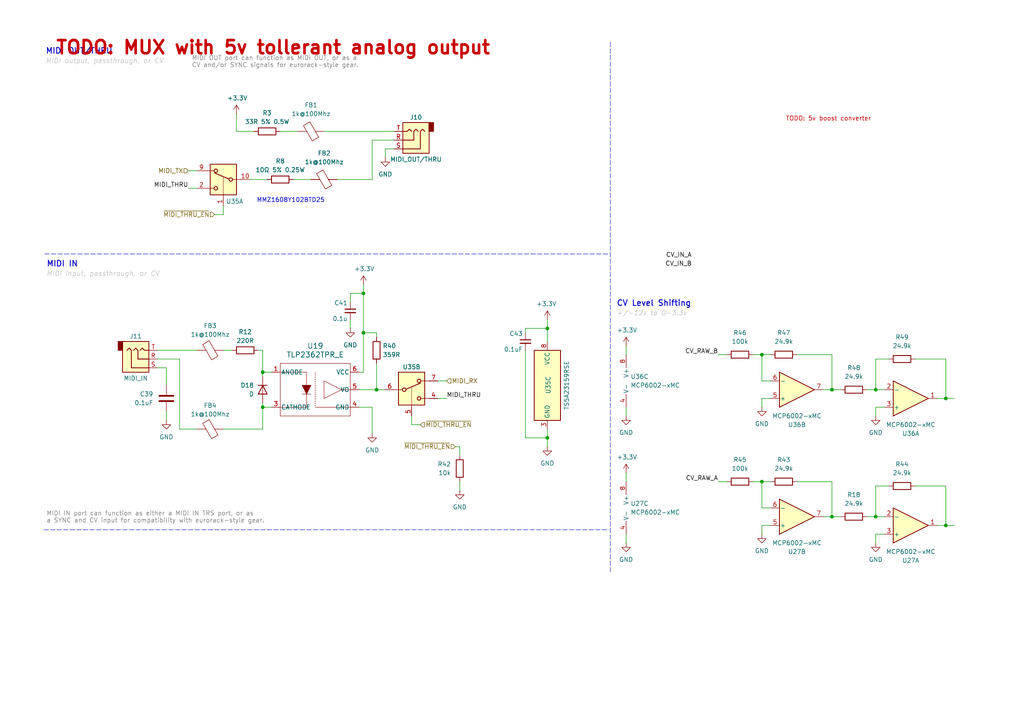
<source format=kicad_sch>
(kicad_sch (version 20250114) (generator "eeschema") (generator_version "9.0")
  (paper "A4")
  (lib_symbols
    (symbol "Amplifier_Operational:MCP6002-xMC" (pin_names (offset 0.127))
      (property "Reference" "U" (at 0 5.08 0))
      (property "Value" "MCP6002-xMC" (at 0 -5.08 0))
      (symbol "MCP6002-xMC_1_1"
        (polyline (pts (xy -5.08 5.08) (xy 5.08 0) (xy -5.08 -5.08) (xy -5.08 5.08)) (stroke (width 0.254)) (fill (type background)))
        (pin input line (at -7.62 2.54 0) (length 2.54) (name "+") (number "3"))
        (pin input line (at -7.62 -2.54 0) (length 2.54) (name "-") (number "2"))
        (pin output line (at 7.62 0 180) (length 2.54) (name "~") (number "1"))
      )
      (symbol "MCP6002-xMC_2_1"
        (polyline (pts (xy -5.08 5.08) (xy 5.08 0) (xy -5.08 -5.08) (xy -5.08 5.08)) (stroke (width 0.254)) (fill (type background)))
        (pin input line (at -7.62 2.54 0) (length 2.54) (name "+") (number "5"))
        (pin input line (at -7.62 -2.54 0) (length 2.54) (name "-") (number "6"))
        (pin output line (at 7.62 0 180) (length 2.54) (name "~") (number "7"))
      )
      (symbol "MCP6002-xMC_3_1"
        (pin power_in line (at -2.54 7.62 270) (length 3.81) (name "V+") (number "8"))
        (pin power_in line (at -2.54 -7.62 90) (length 3.81) (name "V-") (number "4"))
        (pin passive line (at -2.54 -7.62 90) (length 3.81) (hide yes) (name "V-") (number "9"))
      )
    )
    (symbol "Analog_Switch:TS5A23159RSE"
      (property "Reference" "U" (at -5.08 8.89 0))
      (property "Value" "TS5A23159RSE" (at -5.08 6.985 0))
      (symbol "TS5A23159RSE_1_1"
        (polyline (pts (xy -5.08 0) (xy -2.794 0)))
        (rectangle (start -3.81 4.445) (end 3.81 -4.445) (stroke (width 0.254)) (fill (type background)))
        (circle (center -2.159 0) (radius 0.508) (stroke (width 0.254)))
        (polyline (pts (xy -1.651 0.127) (xy 2.54 1.905)) (stroke (width 0.254)))
        (polyline (pts (xy 0 0.254) (xy 0 0.508)))
        (polyline (pts (xy 0 -0.254) (xy 0 0)))
        (polyline (pts (xy 0 -0.762) (xy 0 -0.508)))
        (polyline (pts (xy 0 -1.27) (xy 0 -1.016)))
        (polyline (pts (xy 0 -1.778) (xy 0 -1.524)))
        (polyline (pts (xy 0 -2.286) (xy 0 -2.032)))
        (polyline (pts (xy 0 -2.794) (xy 0 -2.54)))
        (polyline (pts (xy 0 -3.302) (xy 0 -3.048)))
        (polyline (pts (xy 0 -3.81) (xy 0 -3.556)))
        (polyline (pts (xy 0 -4.318) (xy 0 -4.064)))
        (polyline (pts (xy 0 -5.08) (xy 0 -4.572)))
        (circle (center 2.159 2.54) (radius 0.508) (stroke (width 0.254)))
        (circle (center 2.159 -2.54) (radius 0.508) (stroke (width 0.254)))
        (polyline (pts (xy 5.08 2.54) (xy 2.794 2.54)))
        (polyline (pts (xy 5.08 -2.54) (xy 2.794 -2.54)))
        (pin passive line (at -7.62 0 0) (length 2.54) (name "~") (number "10"))
        (pin input line (at 0 -7.62 90) (length 2.54) (name "~") (number "1"))
        (pin passive line (at 7.62 2.54 180) (length 2.54) (name "~") (number "9"))
        (pin passive line (at 7.62 -2.54 180) (length 2.54) (name "~") (number "2"))
      )
      (symbol "TS5A23159RSE_2_1"
        (polyline (pts (xy -5.08 0) (xy -2.794 0)))
        (rectangle (start -3.81 5.08) (end 3.81 -4.445) (stroke (width 0.254)) (fill (type background)))
        (circle (center -2.159 0) (radius 0.508) (stroke (width 0.254)))
        (polyline (pts (xy -1.651 0.127) (xy 2.54 1.905)) (stroke (width 0.254)))
        (polyline (pts (xy 0 0.254) (xy 0 0.508)))
        (polyline (pts (xy 0 -0.254) (xy 0 0)))
        (polyline (pts (xy 0 -0.762) (xy 0 -0.508)))
        (polyline (pts (xy 0 -1.27) (xy 0 -1.016)))
        (polyline (pts (xy 0 -1.778) (xy 0 -1.524)))
        (polyline (pts (xy 0 -2.286) (xy 0 -2.032)))
        (polyline (pts (xy 0 -2.794) (xy 0 -2.54)))
        (polyline (pts (xy 0 -3.302) (xy 0 -3.048)))
        (polyline (pts (xy 0 -3.81) (xy 0 -3.556)))
        (polyline (pts (xy 0 -4.318) (xy 0 -4.064)))
        (polyline (pts (xy 0 -5.08) (xy 0 -4.572)))
        (circle (center 2.159 2.54) (radius 0.508) (stroke (width 0.254)))
        (circle (center 2.159 -2.54) (radius 0.508) (stroke (width 0.254)))
        (polyline (pts (xy 5.08 2.54) (xy 2.794 2.54)))
        (polyline (pts (xy 5.08 -2.54) (xy 2.794 -2.54)))
        (pin passive line (at -7.62 0 0) (length 2.54) (name "~") (number "6"))
        (pin input line (at 0 -7.62 90) (length 2.54) (name "~") (number "5"))
        (pin passive line (at 7.62 2.54 180) (length 2.54) (name "~") (number "7"))
        (pin passive line (at 7.62 -2.54 180) (length 2.54) (name "~") (number "4"))
      )
      (symbol "TS5A23159RSE_3_1"
        (rectangle (start -3.81 10.16) (end 3.81 -10.16) (stroke (width 0.254)) (fill (type background)))
        (pin power_in line (at 0 12.7 270) (length 2.54) (name "VCC") (number "8"))
        (pin power_in line (at 0 -12.7 90) (length 2.54) (name "GND") (number "3"))
      )
    )
    (symbol "Connector_Audio:AudioJack3"
      (property "Reference" "J" (at 0 8.89 0))
      (property "Value" "AudioJack3" (at 0 6.35 0))
      (symbol "AudioJack3_0_1"
        (rectangle (start -5.08 -5.08) (end -6.35 -2.54) (stroke (width 0.254)) (fill (type outline)))
        (polyline (pts (xy -1.905 -2.54) (xy -1.27 -3.175) (xy -0.635 -2.54) (xy -0.635 0) (xy 2.54 0)) (stroke (width 0.254)))
        (polyline (pts (xy 0 -2.54) (xy 0.635 -3.175) (xy 1.27 -2.54) (xy 2.54 -2.54)) (stroke (width 0.254)))
        (rectangle (start 2.54 3.81) (end -5.08 -5.08) (stroke (width 0.254)) (fill (type background)))
        (polyline (pts (xy 2.54 2.54) (xy -2.54 2.54) (xy -2.54 -2.54) (xy -3.175 -3.175) (xy -3.81 -2.54)) (stroke (width 0.254)))
      )
      (symbol "AudioJack3_1_1"
        (pin passive line (at 5.08 2.54 180) (length 2.54) (name "~") (number "S"))
        (pin passive line (at 5.08 0 180) (length 2.54) (name "~") (number "R"))
        (pin passive line (at 5.08 -2.54 180) (length 2.54) (name "~") (number "T"))
      )
    )
    (symbol "Device:C" (pin_numbers (hide yes)) (pin_names (offset 0.254))
      (property "Reference" "C" (at 0.635 2.54 0))
      (property "Value" "C" (at 0.635 -2.54 0))
      (symbol "C_0_1"
        (polyline (pts (xy -2.032 0.762) (xy 2.032 0.762)) (stroke (width 0.508)))
        (polyline (pts (xy -2.032 -0.762) (xy 2.032 -0.762)) (stroke (width 0.508)))
      )
      (symbol "C_1_1"
        (pin passive line (at 0 3.81 270) (length 2.794) (name "~") (number "1"))
        (pin passive line (at 0 -3.81 90) (length 2.794) (name "~") (number "2"))
      )
    )
    (symbol "Device:C_Small" (pin_numbers (hide yes)) (pin_names (offset 0.254) (hide yes))
      (property "Reference" "C" (at 0.254 1.778 0))
      (property "Value" "C_Small" (at 0.254 -2.032 0))
      (symbol "C_Small_0_1"
        (polyline (pts (xy -1.524 0.508) (xy 1.524 0.508)) (stroke (width 0.3048)))
        (polyline (pts (xy -1.524 -0.508) (xy 1.524 -0.508)) (stroke (width 0.3302)))
      )
      (symbol "C_Small_1_1"
        (pin passive line (at 0 2.54 270) (length 2.032) (name "~") (number "1"))
        (pin passive line (at 0 -2.54 90) (length 2.032) (name "~") (number "2"))
      )
    )
    (symbol "Device:D" (pin_numbers (hide yes)) (pin_names (offset 1.016) (hide yes))
      (property "Reference" "D" (at 0 2.54 0))
      (property "Value" "D" (at 0 -2.54 0))
      (symbol "D_0_1"
        (polyline (pts (xy -1.27 1.27) (xy -1.27 -1.27)) (stroke (width 0.254)))
        (polyline (pts (xy 1.27 1.27) (xy 1.27 -1.27) (xy -1.27 0) (xy 1.27 1.27)) (stroke (width 0.254)))
        (polyline (pts (xy 1.27 0) (xy -1.27 0)))
      )
      (symbol "D_1_1"
        (pin passive line (at -3.81 0 0) (length 2.54) (name "K") (number "1"))
        (pin passive line (at 3.81 0 180) (length 2.54) (name "A") (number "2"))
      )
    )
    (symbol "Device:FerriteBead" (pin_numbers (hide yes)) (pin_names (offset 0))
      (property "Reference" "FB" (at -3.81 0.635 90))
      (property "Value" "FerriteBead" (at 3.81 0 90))
      (symbol "FerriteBead_0_1"
        (polyline (pts (xy -2.7686 0.4064) (xy -1.7018 2.2606) (xy 2.7686 -0.3048) (xy 1.6764 -2.159) (xy -2.7686 0.4064)))
        (polyline (pts (xy 0 1.27) (xy 0 1.2954)))
        (polyline (pts (xy 0 -1.27) (xy 0 -1.2192)))
      )
      (symbol "FerriteBead_1_1"
        (pin passive line (at 0 3.81 270) (length 2.54) (name "~") (number "1"))
        (pin passive line (at 0 -3.81 90) (length 2.54) (name "~") (number "2"))
      )
    )
    (symbol "Device:R" (pin_numbers (hide yes)) (pin_names (offset 0))
      (property "Reference" "R" (at 2.032 0 90))
      (property "Value" "R" (at 0 0 90))
      (symbol "R_0_1"
        (rectangle (start -1.016 -2.54) (end 1.016 2.54) (stroke (width 0.254)))
      )
      (symbol "R_1_1"
        (pin passive line (at 0 3.81 270) (length 1.27) (name "~") (number "1"))
        (pin passive line (at 0 -3.81 90) (length 1.27) (name "~") (number "2"))
      )
    )
    (symbol "pocket_synth:TLP2362TPR_E" (pin_names (offset 0.254))
      (property "Reference" "U" (at 17.78 7.62 0))
      (property "Value" "TLP2362TPR_E" (at 17.78 5.08 0))
      (symbol "TLP2362TPR_E_0_1"
        (polyline (pts (xy 7.62 2.54) (xy 7.62 -12.7)) (stroke (width 0.127)))
        (polyline (pts (xy 7.62 0) (xy 15.24 0)) (stroke (width 0.127)))
        (polyline (pts (xy 7.62 -12.7) (xy 27.94 -12.7)) (stroke (width 0.127)))
        (polyline (pts (xy 13.97 -3.81) (xy 16.51 -3.81)) (stroke (width 0.127)))
        (polyline (pts (xy 13.97 -3.81) (xy 16.51 -3.81) (xy 15.24 -6.35)) (fill (type outline)))
        (polyline (pts (xy 13.97 -6.35) (xy 16.51 -6.35)) (stroke (width 0.127)))
        (polyline (pts (xy 15.24 0) (xy 15.24 -10.16)) (stroke (width 0.127)))
        (polyline (pts (xy 15.24 -6.35) (xy 13.97 -3.81)) (stroke (width 0.127)))
        (polyline (pts (xy 15.24 -10.16) (xy 7.62 -10.16)) (stroke (width 0.127)))
        (polyline (pts (xy 16.51 -3.81) (xy 15.24 -6.35)) (stroke (width 0.127)))
        (polyline (pts (xy 17.78 0) (xy 17.78 -0.3175)) (stroke (width 0.127)))
        (polyline (pts (xy 17.78 -0.635) (xy 17.78 -0.9525)) (stroke (width 0.127)))
        (polyline (pts (xy 17.78 -1.27) (xy 17.78 -1.5875)) (stroke (width 0.127)))
        (polyline (pts (xy 17.78 -1.905) (xy 17.78 -2.2225)) (stroke (width 0.127)))
        (polyline (pts (xy 17.78 -2.54) (xy 17.78 -2.8575)) (stroke (width 0.127)))
        (polyline (pts (xy 17.78 -3.175) (xy 17.78 -3.4925)) (stroke (width 0.127)))
        (polyline (pts (xy 17.78 -3.81) (xy 17.78 -4.1275)) (stroke (width 0.127)))
        (polyline (pts (xy 17.78 -4.445) (xy 17.78 -4.7625)) (stroke (width 0.127)))
        (polyline (pts (xy 17.78 -5.08) (xy 17.78 -5.3975)) (stroke (width 0.127)))
        (polyline (pts (xy 17.78 -5.715) (xy 17.78 -6.0325)) (stroke (width 0.127)))
        (polyline (pts (xy 17.78 -6.35) (xy 17.78 -6.6675)) (stroke (width 0.127)))
        (polyline (pts (xy 17.78 -6.985) (xy 17.78 -7.3025)) (stroke (width 0.127)))
        (polyline (pts (xy 17.78 -7.62) (xy 17.78 -7.9375)) (stroke (width 0.127)))
        (polyline (pts (xy 17.78 -8.255) (xy 17.78 -8.5725)) (stroke (width 0.127)))
        (polyline (pts (xy 17.78 -8.89) (xy 17.78 -9.2075)) (stroke (width 0.127)))
        (polyline (pts (xy 17.78 -9.525) (xy 17.78 -9.8425)) (stroke (width 0.127)))
        (polyline (pts (xy 17.78 -10.16) (xy 27.94 -10.16)) (stroke (width 0.127)))
        (polyline (pts (xy 20.32 -2.54) (xy 25.4 -5.08)) (stroke (width 0.127)))
        (polyline (pts (xy 20.32 -7.62) (xy 20.32 -2.54)) (stroke (width 0.127)))
        (polyline (pts (xy 25.4 -5.08) (xy 20.32 -7.62)) (stroke (width 0.127)))
        (circle (center 25.7175 -5.08) (radius 0.3048) (stroke (width 0.127)))
        (polyline (pts (xy 26.0223 -5.08) (xy 27.94 -5.08)) (stroke (width 0.127)))
        (polyline (pts (xy 27.94 2.54) (xy 7.62 2.54)) (stroke (width 0.127)))
        (polyline (pts (xy 27.94 -12.7) (xy 27.94 2.54)) (stroke (width 0.127)))
      )
      (symbol "TLP2362TPR_E_1_1"
        (pin unspecified line (at 5.08 0 0) (length 2.54) (name "ANODE") (number "1"))
        (pin unspecified line (at 5.08 -10.16 0) (length 2.54) (name "CATHODE") (number "3"))
        (pin power_in line (at 30.48 0 180) (length 2.54) (name "VCC") (number "6"))
        (pin power_in line (at 30.48 -5.08 180) (length 2.54) (name "VO") (number "5"))
        (pin power_out line (at 30.48 -10.16 180) (length 2.54) (name "GND") (number "4"))
      )
    )
    (symbol "power:+3.3V" (power) (pin_numbers (hide yes)) (pin_names (offset 0) (hide yes))
      (property "Value" "+3.3V" (at 0 3.556 0))
      (symbol "+3.3V_0_1"
        (polyline (pts (xy -0.762 1.27) (xy 0 2.54)))
        (polyline (pts (xy 0 2.54) (xy 0.762 1.27)))
        (polyline (pts (xy 0 0) (xy 0 2.54)))
      )
      (symbol "+3.3V_1_1"
        (pin power_in line (at 0 0 90) (length 0) (name "~") (number "1"))
      )
    )
    (symbol "power:GND" (power) (pin_numbers (hide yes)) (pin_names (offset 0) (hide yes))
      (property "Value" "GND" (at 0 -3.81 0))
      (symbol "GND_0_1"
        (polyline (pts (xy 0 0) (xy 0 -1.27) (xy 1.27 -1.27) (xy 0 -2.54) (xy -1.27 -1.27) (xy 0 -1.27)))
      )
      (symbol "GND_1_1"
        (pin power_in line (at 0 0 270) (length 0) (name "~") (number "1"))
      )
    )
  )
  (text "MIDI OUT/THRU" (at 13.208 13.97 0) (effects (font (size 1.651 1.651) (thickness 0.254) (bold yes)) (justify left top)))
  (text "MIDI IN" (at 13.462 75.692 0) (effects (font (size 1.651 1.651) (thickness 0.254) (bold yes)) (justify left top)))
  (text "TODO: 5v boost converter" (at 240.284 34.544 0) (effects (font (size 1.27 1.27))))
  (text "MIDI IN port can function as either a MIDI IN TRS port, or as \na SYNC and CV input for compatibility with eurorack-style gear. " (at 13.462 148.336 0) (effects (font (size 1.27 1.27)) (justify left top)))
  (text "MIDI OUT port can function as MIDI OUT, or as a\nCV and/or SYNC signals for eurorack-style gear." (at 55.626 16.256 0) (effects (font (size 1.27 1.27)) (justify left top)))
  (text "MIDI input, passthrough, or CV" (at 13.462 78.74 0) (effects (font (size 1.397 1.397) (italic yes)) (justify left top)))
  (text "CV Level Shifting" (at 178.816 87.122 0) (effects (font (size 1.651 1.651) (thickness 0.254) (bold yes)) (justify left top)))
  (text "CV Input by Émilie Gillet of Mutable Instruments\nhttps://wiki.synthdiy.com/building-blocks/cv-input-to-microcontroller/" (at 191.516 217.424 0) (effects (font (size 1.27 1.27) (thickness 0.1588)) (justify left)))
  (text "+/-12v to 0-3.3v" (at 178.816 90.17 0) (effects (font (size 1.397 1.397) (italic yes)) (justify left top)))
  (text "TODO: MUX with 5v tollerant analog output" (at 79.248 13.97 0) (effects (font (size 3.81 3.81) (thickness 0.762) (bold yes))))
  (text "MIDI output, passthrough, or CV" (at 13.208 17.018 0) (effects (font (size 1.397 1.397) (italic yes)) (justify left top)))
  (text "MMZ1608Y102BTD25" (at 84.328 58.166 0) (effects (font (size 1.27 1.27) (thickness 0.1588))))
  (junction (at 254 113.03))
  (junction (at 105.41 85.09))
  (junction (at 105.41 96.52))
  (junction (at 158.75 95.25))
  (junction (at 109.22 113.03))
  (junction (at 274.32 152.4))
  (junction (at 274.32 115.57))
  (junction (at 241.3 149.86))
  (junction (at 76.2 118.11))
  (junction (at 254 149.86))
  (junction (at 220.98 102.87))
  (junction (at 76.2 107.95))
  (junction (at 158.75 127))
  (junction (at 220.98 139.7))
  (junction (at 241.3 113.03))
  (wire (pts (xy 254 118.11) (xy 254 120.65)))
  (wire (pts (xy 48.26 106.68) (xy 48.26 111.76)))
  (wire (pts (xy 52.07 124.46) (xy 57.15 124.46)))
  (wire (pts (xy 158.75 95.25) (xy 158.75 99.06)))
  (wire (pts (xy 45.72 106.68) (xy 48.26 106.68)))
  (wire (pts (xy 109.22 105.41) (xy 109.22 113.03)))
  (wire (pts (xy 251.46 113.03) (xy 254 113.03)))
  (wire (pts (xy 62.23 62.23) (xy 64.77 62.23)))
  (wire (pts (xy 76.2 124.46) (xy 76.2 118.11)))
  (wire (pts (xy 208.28 139.7) (xy 210.82 139.7)))
  (wire (pts (xy 254 149.86) (xy 254 140.97)))
  (wire (pts (xy 127 115.57) (xy 129.54 115.57)))
  (wire (pts (xy 241.3 139.7) (xy 241.3 149.86)))
  (wire (pts (xy 208.28 102.87) (xy 210.82 102.87)))
  (wire (pts (xy 223.52 139.7) (xy 220.98 139.7)))
  (wire (pts (xy 76.2 118.11) (xy 78.74 118.11)))
  (wire (pts (xy 251.46 149.86) (xy 254 149.86)))
  (wire (pts (xy 254 154.94) (xy 254 157.48)))
  (wire (pts (xy 52.07 104.14) (xy 52.07 124.46)))
  (wire (pts (xy 220.98 102.87) (xy 220.98 110.49)))
  (wire (pts (xy 101.6 92.71) (xy 101.6 95.25)))
  (wire (pts (xy 274.32 140.97) (xy 274.32 152.4)))
  (wire (pts (xy 76.2 101.6) (xy 76.2 107.95)))
  (wire (pts (xy 76.2 107.95) (xy 76.2 109.22)))
  (wire (pts (xy 220.98 152.4) (xy 220.98 154.94)))
  (wire (pts (xy 158.75 124.46) (xy 158.75 127)))
  (wire (pts (xy 241.3 102.87) (xy 241.3 113.03)))
  (wire (pts (xy 107.95 52.07) (xy 107.95 40.64)))
  (wire (pts (xy 104.14 107.95) (xy 105.41 107.95)))
  (wire (pts (xy 104.14 113.03) (xy 109.22 113.03)))
  (wire (pts (xy 274.32 115.57) (xy 276.86 115.57)))
  (wire (pts (xy 133.35 129.54) (xy 132.08 129.54)))
  (wire (pts (xy 274.32 152.4) (xy 276.86 152.4)))
  (wire (pts (xy 220.98 139.7) (xy 220.98 147.32)))
  (wire (pts (xy 68.58 38.1) (xy 73.66 38.1)))
  (wire (pts (xy 181.61 118.11) (xy 181.61 120.65)))
  (wire (pts (xy 64.77 59.69) (xy 64.77 62.23)))
  (wire (pts (xy 223.52 115.57) (xy 220.98 115.57)))
  (wire (pts (xy 76.2 118.11) (xy 76.2 116.84)))
  (wire (pts (xy 101.6 85.09) (xy 105.41 85.09)))
  (wire (pts (xy 218.44 102.87) (xy 220.98 102.87)))
  (wire (pts (xy 274.32 115.57) (xy 271.78 115.57)))
  (wire (pts (xy 220.98 110.49) (xy 223.52 110.49)))
  (wire (pts (xy 238.76 113.03) (xy 241.3 113.03)))
  (wire (pts (xy 85.09 52.07) (xy 90.17 52.07)))
  (wire (pts (xy 101.6 85.09) (xy 101.6 87.63)))
  (wire (pts (xy 119.38 120.65) (xy 119.38 123.19)))
  (wire (pts (xy 105.41 85.09) (xy 105.41 96.52)))
  (wire (pts (xy 127 110.49) (xy 129.54 110.49)))
  (wire (pts (xy 133.35 129.54) (xy 133.35 132.08)))
  (wire (pts (xy 45.72 104.14) (xy 52.07 104.14)))
  (wire (pts (xy 105.41 82.55) (xy 105.41 85.09)))
  (wire (pts (xy 218.44 139.7) (xy 220.98 139.7)))
  (wire (pts (xy 265.43 140.97) (xy 274.32 140.97)))
  (wire (pts (xy 86.36 38.1) (xy 81.28 38.1)))
  (wire (pts (xy 220.98 115.57) (xy 220.98 118.11)))
  (wire (pts (xy 181.61 154.94) (xy 181.61 157.48)))
  (wire (pts (xy 107.95 40.64) (xy 114.3 40.64)))
  (wire (pts (xy 238.76 149.86) (xy 241.3 149.86)))
  (wire (pts (xy 181.61 137.16) (xy 181.61 139.7)))
  (polyline (pts (xy 12.7 153.67) (xy 176.53 153.67)) (stroke (width 0.127) (type dash)))
  (polyline (pts (xy 12.954 73.66) (xy 176.784 73.66)) (stroke (width 0.127) (type dash)))
  (wire (pts (xy 111.76 43.18) (xy 111.76 45.72)))
  (wire (pts (xy 76.2 124.46) (xy 64.77 124.46)))
  (wire (pts (xy 48.26 119.38) (xy 48.26 121.92)))
  (wire (pts (xy 72.39 52.07) (xy 77.47 52.07)))
  (wire (pts (xy 181.61 100.33) (xy 181.61 102.87)))
  (wire (pts (xy 274.32 104.14) (xy 274.32 115.57)))
  (wire (pts (xy 54.61 54.61) (xy 57.15 54.61)))
  (polyline (pts (xy 177.038 12.192) (xy 177.038 165.862)) (stroke (width 0.127) (type dash)))
  (wire (pts (xy 152.4 95.25) (xy 152.4 96.52)))
  (wire (pts (xy 109.22 96.52) (xy 109.22 97.79)))
  (wire (pts (xy 256.54 118.11) (xy 254 118.11)))
  (wire (pts (xy 158.75 92.71) (xy 158.75 95.25)))
  (wire (pts (xy 109.22 113.03) (xy 111.76 113.03)))
  (wire (pts (xy 231.14 102.87) (xy 241.3 102.87)))
  (wire (pts (xy 223.52 152.4) (xy 220.98 152.4)))
  (wire (pts (xy 265.43 104.14) (xy 274.32 104.14)))
  (wire (pts (xy 114.3 43.18) (xy 111.76 43.18)))
  (wire (pts (xy 158.75 95.25) (xy 152.4 95.25)))
  (wire (pts (xy 93.98 38.1) (xy 114.3 38.1)))
  (wire (pts (xy 274.32 152.4) (xy 271.78 152.4)))
  (wire (pts (xy 223.52 102.87) (xy 220.98 102.87)))
  (wire (pts (xy 104.14 118.11) (xy 107.95 118.11)))
  (wire (pts (xy 231.14 139.7) (xy 241.3 139.7)))
  (wire (pts (xy 152.4 101.6) (xy 152.4 127)))
  (wire (pts (xy 220.98 147.32) (xy 223.52 147.32)))
  (wire (pts (xy 105.41 96.52) (xy 109.22 96.52)))
  (wire (pts (xy 254 113.03) (xy 256.54 113.03)))
  (wire (pts (xy 76.2 101.6) (xy 74.93 101.6)))
  (wire (pts (xy 119.38 123.19) (xy 121.92 123.19)))
  (wire (pts (xy 76.2 107.95) (xy 78.74 107.95)))
  (wire (pts (xy 97.79 52.07) (xy 107.95 52.07)))
  (wire (pts (xy 54.61 49.53) (xy 57.15 49.53)))
  (wire (pts (xy 152.4 127) (xy 158.75 127)))
  (wire (pts (xy 254 140.97) (xy 257.81 140.97)))
  (wire (pts (xy 64.77 101.6) (xy 67.31 101.6)))
  (wire (pts (xy 254 113.03) (xy 254 104.14)))
  (wire (pts (xy 256.54 154.94) (xy 254 154.94)))
  (wire (pts (xy 105.41 96.52) (xy 105.41 107.95)))
  (wire (pts (xy 254 104.14) (xy 257.81 104.14)))
  (wire (pts (xy 68.58 33.02) (xy 68.58 38.1)))
  (wire (pts (xy 107.95 118.11) (xy 107.95 125.73)))
  (wire (pts (xy 241.3 113.03) (xy 243.84 113.03)))
  (wire (pts (xy 254 149.86) (xy 256.54 149.86)))
  (wire (pts (xy 133.35 139.7) (xy 133.35 142.24)))
  (wire (pts (xy 241.3 149.86) (xy 243.84 149.86)))
  (wire (pts (xy 158.75 127) (xy 158.75 129.54)))
  (wire (pts (xy 45.72 101.6) (xy 57.15 101.6)))
  (label "CV_IN_A" (at 200.66 74.93 180) (effects (font (thickness 0.1588))))
  (label "MIDI_THRU" (at 54.61 54.61 180))
  (label "CV_IN_B" (at 200.66 77.47 180) (effects (font (thickness 0.1588))))
  (label "CV_RAW_B" (at 208.28 102.87 180))
  (label "CV_RAW_A" (at 208.28 139.7 180))
  (label "MIDI_THRU" (at 129.54 115.57 0))
  (hierarchical_label "~{MIDI_THRU_EN}" (shape input) (at 121.92 123.19 0))
  (hierarchical_label "~{MIDI_THRU_EN}" (shape input) (at 62.23 62.23 180))
  (hierarchical_label "MIDI_RX" (shape input) (at 129.54 110.49 0) (effects (font (thickness 0.1588))))
  (hierarchical_label "~{MIDI_THRU_EN}" (shape input) (at 132.08 129.54 180))
  (hierarchical_label "MIDI_TX" (shape input) (at 54.61 49.53 180) (effects (font (thickness 0.1588))))
  (symbol (lib_id "Amplifier_Operational:MCP6002-xMC") (at 184.15 110.49 0) (unit 3)
    (property "Reference" "U36" (at 182.88 109.2199 0) (effects (justify left)))
    (property "Value" "MCP6002-xMC" (at 182.88 111.7599 0) (effects (justify left)))
    (property "Footprint" "Package_DFN_QFN:DFN-8-1EP_3x2mm_P0.5mm_EP1.75x1.45mm" (effects (hide yes)))
    (property "Datasheet" "http://ww1.microchip.com/downloads/en/DeviceDoc/21733j.pdf" (effects (hide yes)))
    (property "Description" "1MHz, Low-Power Op Amp, DFN-8" (effects (hide yes)))
  )
  (symbol (lib_id "Device:FerriteBead") (at 60.96 101.6 270) (mirror x) (unit 1)
    (property "Reference" "FB3" (at 60.96 94.488 90))
    (property "Value" "1k@100Mhz" (at 60.96 97.028 90))
    (property "Footprint" "Inductor_SMD:L_0603_1608Metric" (effects (hide yes)))
    (property "Description" "Ferrite bead" (effects (hide yes)))
  )
  (symbol (lib_id "Device:FerriteBead") (at 60.96 124.46 270) (mirror x) (unit 1)
    (property "Reference" "FB4" (at 60.96 117.602 90))
    (property "Value" "1k@100Mhz" (at 60.96 120.142 90))
    (property "Footprint" "Inductor_SMD:L_0603_1608Metric" (effects (hide yes)))
    (property "Description" "Ferrite bead" (effects (hide yes)))
  )
  (symbol (lib_id "Amplifier_Operational:MCP6002-xMC") (at 231.14 149.86 0) (mirror x) (unit 2)
    (property "Reference" "U27" (at 231.14 160.02 0))
    (property "Value" "MCP6002-xMC" (at 231.14 157.48 0))
    (property "Footprint" "Package_DFN_QFN:DFN-8-1EP_3x2mm_P0.5mm_EP1.75x1.45mm" (effects (hide yes)))
    (property "Datasheet" "http://ww1.microchip.com/downloads/en/DeviceDoc/21733j.pdf" (effects (hide yes)))
    (property "Description" "1MHz, Low-Power Op Amp, DFN-8" (effects (hide yes)))
  )
  (symbol (lib_id "Device:R") (at 247.65 113.03 90) (unit 1)
    (property "Reference" "R48" (at 247.65 106.68 90))
    (property "Value" "24.9k" (at 247.65 109.22 90))
    (property "Footprint" "Resistor_SMD:R_0603_1608Metric" (effects (hide yes)))
    (property "Description" "Resistor" (effects (hide yes)))
  )
  (symbol (lib_id "power:GND") (at 111.76 45.72 0) (unit 1)
    (property "Reference" "#PWR073" (effects (hide yes)))
    (property "Value" "GND" (at 111.76 50.546 0))
    (property "Description" "Power symbol creates a global label with name \"GND\" , ground" (effects (hide yes)))
  )
  (symbol (lib_id "Amplifier_Operational:MCP6002-xMC") (at 184.15 147.32 0) (unit 3)
    (property "Reference" "U27" (at 182.88 146.0499 0) (effects (justify left)))
    (property "Value" "MCP6002-xMC" (at 182.88 148.5899 0) (effects (justify left)))
    (property "Footprint" "Package_DFN_QFN:DFN-8-1EP_3x2mm_P0.5mm_EP1.75x1.45mm" (effects (hide yes)))
    (property "Datasheet" "http://ww1.microchip.com/downloads/en/DeviceDoc/21733j.pdf" (effects (hide yes)))
    (property "Description" "1MHz, Low-Power Op Amp, DFN-8" (effects (hide yes)))
  )
  (symbol (lib_id "power:GND") (at 48.26 121.92 0) (unit 1)
    (property "Reference" "#PWR097" (effects (hide yes)))
    (property "Value" "GND" (at 48.26 126.746 0))
    (property "Description" "Power symbol creates a global label with name \"GND\" , ground" (effects (hide yes)))
  )
  (symbol (lib_id "Connector_Audio:AudioJack3") (at 40.64 104.14 0) (mirror x) (unit 1)
    (property "Reference" "J11" (at 39.37 97.536 0))
    (property "Value" "MIDI_IN" (at 39.37 109.728 0))
    (property "Footprint" "rhais_connector-lumberg:1503-02" (effects (hide yes)))
    (property "Description" "Audio Jack, 3 Poles (Stereo / TRS)" (effects (hide yes)))
    (property "JLC" "C4991872" (effects (hide yes)))
  )
  (symbol (lib_id "Device:R") (at 133.35 135.89 0) (mirror y) (unit 1)
    (property "Reference" "R42" (at 130.81 134.6199 0) (effects (justify left)))
    (property "Value" "10k" (at 130.81 137.1599 0) (effects (justify left)))
    (property "Footprint" "Resistor_SMD:R_0603_1608Metric" (effects (hide yes)))
    (property "Description" "Resistor" (effects (hide yes)))
  )
  (symbol (lib_id "power:GND") (at 254 120.65 0) (mirror y) (unit 1)
    (property "Reference" "#PWR0131" (effects (hide yes)))
    (property "Value" "GND" (at 254 125.476 0))
    (property "Description" "Power symbol creates a global label with name \"GND\" , ground" (effects (hide yes)))
  )
  (symbol (lib_id "power:GND") (at 220.98 118.11 0) (mirror y) (unit 1)
    (property "Reference" "#PWR0127" (effects (hide yes)))
    (property "Value" "GND" (at 220.98 122.936 0))
    (property "Description" "Power symbol creates a global label with name \"GND\" , ground" (effects (hide yes)))
  )
  (symbol (lib_id "Device:FerriteBead") (at 93.98 52.07 270) (mirror x) (unit 1)
    (property "Reference" "FB2" (at 94.0308 44.45 90))
    (property "Value" "1k@100Mhz" (at 94.0308 46.99 90))
    (property "Footprint" "Inductor_SMD:L_0603_1608Metric" (effects (hide yes)))
    (property "Description" "Ferrite bead" (effects (hide yes)))
  )
  (symbol (lib_id "Device:R") (at 247.65 149.86 90) (unit 1)
    (property "Reference" "R18" (at 247.65 143.51 90))
    (property "Value" "24.9k" (at 247.65 146.05 90))
    (property "Footprint" "Resistor_SMD:R_0603_1608Metric" (effects (hide yes)))
    (property "Description" "Resistor" (effects (hide yes)))
  )
  (symbol (lib_id "Amplifier_Operational:MCP6002-xMC") (at 264.16 152.4 0) (mirror x) (unit 1)
    (property "Reference" "U27" (at 264.16 162.56 0))
    (property "Value" "MCP6002-xMC" (at 264.16 160.02 0))
    (property "Footprint" "Package_DFN_QFN:DFN-8-1EP_3x2mm_P0.5mm_EP1.75x1.45mm" (effects (hide yes)))
    (property "Datasheet" "http://ww1.microchip.com/downloads/en/DeviceDoc/21733j.pdf" (effects (hide yes)))
    (property "Description" "1MHz, Low-Power Op Amp, DFN-8" (effects (hide yes)))
  )
  (symbol (lib_id "power:GND") (at 101.6 95.25 0) (unit 1)
    (property "Reference" "#PWR0115" (effects (hide yes)))
    (property "Value" "GND" (at 101.6 100.076 0))
    (property "Description" "Power symbol creates a global label with name \"GND\" , ground" (effects (hide yes)))
  )
  (symbol (lib_id "Analog_Switch:TS5A23159RSE") (at 119.38 113.03 0) (unit 2)
    (property "Reference" "U35" (at 119.38 106.426 0))
    (property "Value" "TS5A23159RSE" (effects (hide yes)))
    (property "Footprint" "Package_DFN_QFN:Texas_R-PUQFN-N10" (effects (hide yes)))
    (property "Datasheet" "http://www.ti.com/lit/ds/symlink/ts5a23159.pdf" (effects (hide yes)))
    (property "Description" "Dual SPDT 1ohm Bidirectional Analog Switch with Off protection, UQFN-10" (effects (hide yes)))
    (property "JLC" "C138710" (effects (hide yes)))
  )
  (symbol (lib_id "power:GND") (at 220.98 154.94 0) (mirror y) (unit 1)
    (property "Reference" "#PWR0119" (effects (hide yes)))
    (property "Value" "GND" (at 220.98 159.766 0))
    (property "Description" "Power symbol creates a global label with name \"GND\" , ground" (effects (hide yes)))
  )
  (symbol (lib_id "power:+3.3V") (at 181.61 137.16 0) (unit 1)
    (property "Reference" "#PWR0117" (effects (hide yes)))
    (property "Value" "+3.3V" (at 181.864 132.588 0))
    (property "Description" "Power symbol creates a global label with name \"+3.3V\"" (effects (hide yes)))
  )
  (symbol (lib_id "Analog_Switch:TS5A23159RSE") (at 158.75 111.76 0) (mirror y) (unit 3)
    (property "Reference" "U35" (at 159.004 114.3 90) (effects (justify left)))
    (property "Value" "TS5A23159RSE" (at 164.338 111.76 90))
    (property "Footprint" "Package_DFN_QFN:Texas_R-PUQFN-N10" (effects (hide yes)))
    (property "Datasheet" "http://www.ti.com/lit/ds/symlink/ts5a23159.pdf" (effects (hide yes)))
    (property "Description" "Dual SPDT 1ohm Bidirectional Analog Switch with Off protection, UQFN-10" (effects (hide yes)))
    (property "JLC" "C138710" (effects (hide yes)))
  )
  (symbol (lib_id "Connector_Audio:AudioJack3") (at 119.38 40.64 180) (unit 1)
    (property "Reference" "J10" (at 120.65 34.036 0))
    (property "Value" "MIDI_OUT/THRU" (at 120.65 46.228 0))
    (property "Footprint" "rhais_connector-lumberg:1503-02" (effects (hide yes)))
    (property "Description" "Audio Jack, 3 Poles (Stereo / TRS)" (effects (hide yes)))
    (property "JLC" "C4991872" (effects (hide yes)))
  )
  (symbol (lib_id "Device:R") (at 109.22 101.6 0) (unit 1)
    (property "Reference" "R40" (at 110.998 100.33 0) (effects (justify left)))
    (property "Value" "359R" (at 110.998 102.87 0) (effects (justify left)))
    (property "Footprint" "Resistor_SMD:R_0603_1608Metric" (effects (hide yes)))
    (property "Description" "Resistor" (effects (hide yes)))
  )
  (symbol (lib_id "power:+3.3V") (at 68.58 33.02 0) (unit 1)
    (property "Reference" "#PWR088" (effects (hide yes)))
    (property "Value" "+3.3V" (at 68.834 28.448 0))
    (property "Description" "Power symbol creates a global label with name \"+3.3V\"" (effects (hide yes)))
  )
  (symbol (lib_id "Device:R") (at 261.62 104.14 90) (unit 1)
    (property "Reference" "R49" (at 261.62 97.79 90))
    (property "Value" "24.9k" (at 261.62 100.33 90))
    (property "Footprint" "Resistor_SMD:R_0603_1608Metric" (effects (hide yes)))
    (property "Description" "Resistor" (effects (hide yes)))
  )
  (symbol (lib_id "power:GND") (at 107.95 125.73 0) (unit 1)
    (property "Reference" "#PWR0105" (effects (hide yes)))
    (property "Value" "GND" (at 107.95 130.556 0))
    (property "Description" "Power symbol creates a global label with name \"GND\" , ground" (effects (hide yes)))
  )
  (symbol (lib_id "power:+3.3V") (at 158.75 92.71 0) (mirror y) (unit 1)
    (property "Reference" "#PWR0113" (effects (hide yes)))
    (property "Value" "+3.3V" (at 158.496 88.138 0))
    (property "Description" "Power symbol creates a global label with name \"+3.3V\"" (effects (hide yes)))
  )
  (symbol (lib_id "power:+3.3V") (at 181.61 100.33 0) (unit 1)
    (property "Reference" "#PWR0121" (effects (hide yes)))
    (property "Value" "+3.3V" (at 181.864 95.758 0))
    (property "Description" "Power symbol creates a global label with name \"+3.3V\"" (effects (hide yes)))
  )
  (symbol (lib_id "Device:R") (at 261.62 140.97 90) (unit 1)
    (property "Reference" "R44" (at 261.62 134.62 90))
    (property "Value" "24.9k" (at 261.62 137.16 90))
    (property "Footprint" "Resistor_SMD:R_0603_1608Metric" (effects (hide yes)))
    (property "Description" "Resistor" (effects (hide yes)))
  )
  (symbol (lib_id "Device:FerriteBead") (at 90.17 38.1 270) (mirror x) (unit 1)
    (property "Reference" "FB1" (at 90.2208 30.48 90))
    (property "Value" "1k@100Mhz" (at 90.2208 33.02 90))
    (property "Footprint" "Inductor_SMD:L_0603_1608Metric" (effects (hide yes)))
    (property "Description" "Ferrite bead" (effects (hide yes)))
  )
  (symbol (lib_id "Device:D") (at 76.2 113.03 90) (mirror x) (unit 1)
    (property "Reference" "D18" (at 73.66 111.7599 90) (effects (justify left)))
    (property "Value" "D" (at 73.66 114.2999 90) (effects (justify left)))
    (property "Footprint" "Diode_SMD:D_0603_1608Metric" (effects (hide yes)))
    (property "Description" "Diode" (effects (hide yes)))
    (property "Sim.Device" "D" (effects (hide yes)))
    (property "Sim.Pins" "1=K 2=A" (effects (hide yes)))
  )
  (symbol (lib_id "power:GND") (at 181.61 157.48 0) (unit 1)
    (property "Reference" "#PWR0118" (effects (hide yes)))
    (property "Value" "GND" (at 181.61 162.306 0))
    (property "Description" "Power symbol creates a global label with name \"GND\" , ground" (effects (hide yes)))
  )
  (symbol (lib_id "power:GND") (at 254 157.48 0) (mirror y) (unit 1)
    (property "Reference" "#PWR0120" (effects (hide yes)))
    (property "Value" "GND" (at 254 162.306 0))
    (property "Description" "Power symbol creates a global label with name \"GND\" , ground" (effects (hide yes)))
  )
  (symbol (lib_id "Device:R") (at 227.33 102.87 90) (unit 1)
    (property "Reference" "R47" (at 227.33 96.52 90))
    (property "Value" "24.9k" (at 227.33 99.06 90))
    (property "Footprint" "Resistor_SMD:R_0603_1608Metric" (effects (hide yes)))
    (property "Description" "Resistor" (effects (hide yes)))
  )
  (symbol (lib_id "Device:R") (at 214.63 102.87 90) (unit 1)
    (property "Reference" "R46" (at 214.63 96.52 90))
    (property "Value" "100k" (at 214.63 99.06 90))
    (property "Footprint" "Resistor_SMD:R_0603_1608Metric" (effects (hide yes)))
    (property "Description" "Resistor" (effects (hide yes)))
  )
  (symbol (lib_id "pocket_synth:TLP2362TPR_E") (at 73.66 107.95 0) (unit 1)
    (property "Reference" "U19" (at 91.44 100.33 0) (effects (font (size 1.524 1.524))))
    (property "Value" "TLP2362TPR_E" (at 91.44 102.87 0) (effects (font (size 1.524 1.524))))
    (property "Footprint" "pocket_synth:TLP2362TPR_E" (effects (hide yes)))
    (property "Datasheet" "https://toshiba.semicon-storage.com/info/TLP2362_datasheet_en_20191126.pdf?did=7706&prodName=TLP2362" (effects (hide yes)))
  )
  (symbol (lib_id "Amplifier_Operational:MCP6002-xMC") (at 231.14 113.03 0) (mirror x) (unit 2)
    (property "Reference" "U36" (at 231.14 123.19 0))
    (property "Value" "MCP6002-xMC" (at 231.14 120.65 0))
    (property "Footprint" "Package_DFN_QFN:DFN-8-1EP_3x2mm_P0.5mm_EP1.75x1.45mm" (effects (hide yes)))
    (property "Datasheet" "http://ww1.microchip.com/downloads/en/DeviceDoc/21733j.pdf" (effects (hide yes)))
    (property "Description" "1MHz, Low-Power Op Amp, DFN-8" (effects (hide yes)))
  )
  (symbol (lib_id "power:GND") (at 133.35 142.24 0) (unit 1)
    (property "Reference" "#PWR0116" (effects (hide yes)))
    (property "Value" "GND" (at 133.35 147.066 0))
    (property "Description" "Power symbol creates a global label with name \"GND\" , ground" (effects (hide yes)))
  )
  (symbol (lib_id "Device:R") (at 71.12 101.6 270) (mirror x) (unit 1)
    (property "Reference" "R12" (at 71.12 96.266 90))
    (property "Value" "220R" (at 71.12 98.806 90))
    (property "Footprint" "Resistor_SMD:R_0603_1608Metric" (effects (hide yes)))
    (property "Description" "Resistor" (effects (hide yes)))
  )
  (symbol (lib_id "Analog_Switch:TS5A23159RSE") (at 64.77 52.07 0) (mirror y) (unit 1)
    (property "Reference" "U35" (at 68.072 58.42 0))
    (property "Value" "TS5A23159RSE" (effects (hide yes)))
    (property "Footprint" "Package_DFN_QFN:Texas_R-PUQFN-N10" (effects (hide yes)))
    (property "Datasheet" "http://www.ti.com/lit/ds/symlink/ts5a23159.pdf" (effects (hide yes)))
    (property "Description" "Dual SPDT 1ohm Bidirectional Analog Switch with Off protection, UQFN-10" (effects (hide yes)))
    (property "JLC" "C138710" (effects (hide yes)))
  )
  (symbol (lib_id "power:GND") (at 158.75 129.54 0) (mirror y) (unit 1)
    (property "Reference" "#PWR0114" (effects (hide yes)))
    (property "Value" "GND" (at 158.75 134.366 0))
    (property "Description" "Power symbol creates a global label with name \"GND\" , ground" (effects (hide yes)))
  )
  (symbol (lib_id "power:GND") (at 181.61 120.65 0) (unit 1)
    (property "Reference" "#PWR0122" (effects (hide yes)))
    (property "Value" "GND" (at 181.61 125.476 0))
    (property "Description" "Power symbol creates a global label with name \"GND\" , ground" (effects (hide yes)))
  )
  (symbol (lib_id "Device:C") (at 48.26 115.57 0) (mirror y) (unit 1)
    (property "Reference" "C39" (at 44.45 114.2999 0) (effects (justify left)))
    (property "Value" "0.1uF" (at 44.45 116.8399 0) (effects (justify left)))
    (property "Description" "Unpolarized capacitor" (effects (hide yes)))
  )
  (symbol (lib_id "Device:R") (at 81.28 52.07 270) (mirror x) (unit 1)
    (property "Reference" "R8" (at 81.28 46.736 90))
    (property "Value" "10Ω 5% 0.25W" (at 81.28 49.276 90))
    (property "Footprint" "Resistor_SMD:R_0603_1608Metric" (effects (hide yes)))
    (property "Description" "Resistor" (effects (hide yes)))
  )
  (symbol (lib_id "Device:R") (at 227.33 139.7 90) (unit 1)
    (property "Reference" "R43" (at 227.33 133.35 90))
    (property "Value" "24.9k" (at 227.33 135.89 90))
    (property "Footprint" "Resistor_SMD:R_0603_1608Metric" (effects (hide yes)))
    (property "Description" "Resistor" (effects (hide yes)))
  )
  (symbol (lib_id "Device:C_Small") (at 101.6 90.17 0) (mirror y) (unit 1)
    (property "Reference" "C41" (at 100.838 87.884 0) (effects (justify left)))
    (property "Value" "0.1u" (at 100.838 92.456 0) (effects (justify left)))
    (property "Footprint" "Capacitor_SMD:C_0603_1608Metric" (effects (hide yes)))
    (property "Description" "Unpolarized capacitor, small symbol" (effects (hide yes)))
  )
  (symbol (lib_id "Device:R") (at 77.47 38.1 270) (mirror x) (unit 1)
    (property "Reference" "R3" (at 77.47 32.766 90))
    (property "Value" "33R 5% 0.5W" (at 77.47 35.306 90))
    (property "Footprint" "Resistor_SMD:R_0603_1608Metric" (effects (hide yes)))
    (property "Description" "Resistor" (effects (hide yes)))
  )
  (symbol (lib_id "Device:C_Small") (at 152.4 99.06 0) (mirror y) (unit 1)
    (property "Reference" "C43" (at 151.638 96.774 0) (effects (justify left)))
    (property "Value" "0.1uF" (at 151.638 101.346 0) (effects (justify left)))
    (property "Footprint" "Capacitor_SMD:C_0603_1608Metric" (effects (hide yes)))
    (property "Description" "Unpolarized capacitor, small symbol" (effects (hide yes)))
  )
  (symbol (lib_id "power:+3.3V") (at 105.41 82.55 0) (unit 1)
    (property "Reference" "#PWR0106" (effects (hide yes)))
    (property "Value" "+3.3V" (at 105.664 77.978 0))
    (property "Description" "Power symbol creates a global label with name \"+3.3V\"" (effects (hide yes)))
  )
  (symbol (lib_id "Device:R") (at 214.63 139.7 90) (unit 1)
    (property "Reference" "R45" (at 214.63 133.35 90))
    (property "Value" "100k" (at 214.63 135.89 90))
    (property "Footprint" "Resistor_SMD:R_0603_1608Metric" (effects (hide yes)))
    (property "Description" "Resistor" (effects (hide yes)))
  )
  (symbol (lib_id "Amplifier_Operational:MCP6002-xMC") (at 264.16 115.57 0) (mirror x) (unit 1)
    (property "Reference" "U36" (at 264.16 125.73 0))
    (property "Value" "MCP6002-xMC" (at 264.16 123.19 0))
    (property "Footprint" "Package_DFN_QFN:DFN-8-1EP_3x2mm_P0.5mm_EP1.75x1.45mm" (effects (hide yes)))
    (property "Datasheet" "http://ww1.microchip.com/downloads/en/DeviceDoc/21733j.pdf" (effects (hide yes)))
    (property "Description" "1MHz, Low-Power Op Amp, DFN-8" (effects (hide yes)))
  )
)
</source>
